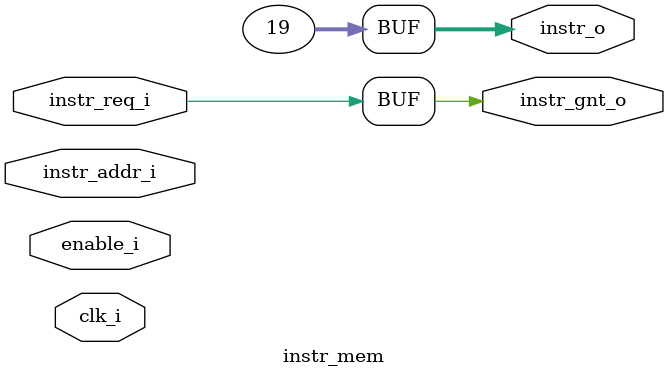
<source format=sv>
`define NO_OP     32'h00000013
`define MAX_INSTR 128

module instr_mem #(
    parameter int unsigned        ID   = 0,
) (
    input logic clk_i,
    input logic enable_i,
    input logic instr_req_i,
    input  logic [31:0]  instr_addr_i,
    output logic instr_gnt_o,
    output logic [31:0] instr_o,
);
    (* nomem2reg *)
    logic [31:0] mem [(`MAX_INSTR - 1):0];

    logic [31:0]  instr_addr;
    assign instr_addr = instr_addr_i - 32'h0;
    assign instr_o = enable_i ? ((instr_addr_i >> 2) < `MAX_INSTR ? mem[(instr_addr_i >> 2)] : `NO_OP) : `NO_OP;
    assign instr_gnt_o = instr_req_i;

    /* Instruction Memory 2 - Variables */

    initial begin
		for(int i = 0; i < `MAX_INSTR; i = i+1) begin
			mem[i] = `NO_OP;
		end
        
//		$readmemh({"init_", ID, ".dat"}, mem, 0, 31);
//		$readmemh({"memory_", ID, ".dat"}, mem, 32, (`MAX_INSTR - 1));
		
        instr_o <= `NO_OP;
    end
endmodule
</source>
